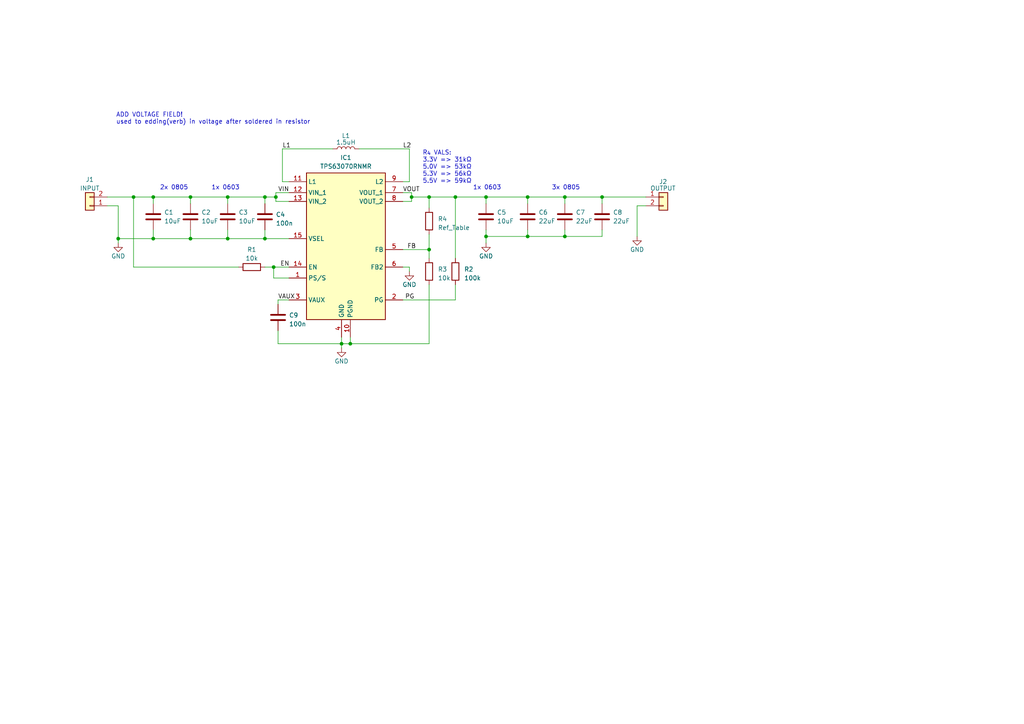
<source format=kicad_sch>
(kicad_sch (version 20230121) (generator eeschema)
  (paper "A4")
  (lib_symbols
    (symbol "Connector_Generic:Conn_01x02" (pin_names (offset 1.016) hide)
      (property "Reference" "J" (at 0 2.54 0))
      (property "Value" "Conn_01x02" (at 0 -5.08 0))
      (symbol "Conn_01x02_1_1"
        (rectangle (start -1.27 -2.413) (end 0 -2.667) (stroke (width 0.1524)))
        (rectangle (start -1.27 0.127) (end 0 -0.127) (stroke (width 0.1524)))
        (rectangle (start -1.27 1.27) (end 1.27 -3.81) (stroke (width 0.254)) (fill (type background)))
        (pin passive line (at -5.08 0 0) (length 3.81) (name "Pin_1") (number "1"))
        (pin passive line (at -5.08 -2.54 0) (length 3.81) (name "Pin_2") (number "2"))
      )
    )
    (symbol "Device:C" (pin_numbers hide) (pin_names (offset 0.254))
      (property "Reference" "C" (at 0.635 2.54 0))
      (property "Value" "C" (at 0.635 -2.54 0))
      (symbol "C_0_1"
        (polyline (pts (xy -2.032 -0.762) (xy 2.032 -0.762)) (stroke (width 0.508)))
        (polyline (pts (xy -2.032 0.762) (xy 2.032 0.762)) (stroke (width 0.508)))
      )
      (symbol "C_1_1"
        (pin passive line (at 0 3.81 270) (length 2.794) (name "~") (number "1"))
        (pin passive line (at 0 -3.81 90) (length 2.794) (name "~") (number "2"))
      )
    )
    (symbol "Device:L" (pin_numbers hide) (pin_names (offset 1.016) hide)
      (property "Reference" "L" (at -1.27 0 90))
      (property "Value" "L" (at 1.905 0 90))
      (symbol "L_0_1"
        (arc (start 0 -2.54) (mid 0.6323 -1.905) (end 0 -1.27))
        (arc (start 0 -1.27) (mid 0.6323 -0.635) (end 0 0))
        (arc (start 0 0) (mid 0.6323 0.635) (end 0 1.27))
        (arc (start 0 1.27) (mid 0.6323 1.905) (end 0 2.54))
      )
      (symbol "L_1_1"
        (pin passive line (at 0 3.81 270) (length 1.27) (name "1") (number "1"))
        (pin passive line (at 0 -3.81 90) (length 1.27) (name "2") (number "2"))
      )
    )
    (symbol "Device:R" (pin_numbers hide) (pin_names (offset 0))
      (property "Reference" "R" (at 2.032 0 90))
      (property "Value" "R" (at 0 0 90))
      (symbol "R_0_1"
        (rectangle (start -1.016 -2.54) (end 1.016 2.54) (stroke (width 0.254)))
      )
      (symbol "R_1_1"
        (pin passive line (at 0 3.81 270) (length 1.27) (name "~") (number "1"))
        (pin passive line (at 0 -3.81 90) (length 1.27) (name "~") (number "2"))
      )
    )
    (symbol "SamacSys_Parts_2:TPS63070RNMR"
      (property "Reference" "IC" (at 29.21 7.62 0))
      (property "Value" "TPS63070RNMR" (at 29.21 5.08 0))
      (symbol "TPS63070RNMR_1_1"
        (rectangle (start 5.08 2.54) (end 27.94 -40.005) (stroke (width 0.254)) (fill (type background)))
        (pin passive line (at 0 -27.94 0) (length 5.08) (name "PS/S") (number "1"))
        (pin passive line (at 17.78 -45.085 90) (length 5.08) (name "PGND") (number "10"))
        (pin passive line (at 0 0 0) (length 5.08) (name "L1") (number "11"))
        (pin passive line (at 0 -3.175 0) (length 5.08) (name "VIN_1") (number "12"))
        (pin passive line (at 0 -5.715 0) (length 5.08) (name "VIN_2") (number "13"))
        (pin passive line (at 0 -24.765 0) (length 5.08) (name "EN") (number "14"))
        (pin passive line (at 0 -16.51 0) (length 5.08) (name "VSEL") (number "15"))
        (pin passive line (at 33.02 -34.29 180) (length 5.08) (name "PG") (number "2"))
        (pin passive line (at 0 -34.29 0) (length 5.08) (name "VAUX") (number "3"))
        (pin passive line (at 15.24 -45.085 90) (length 5.08) (name "GND") (number "4"))
        (pin passive line (at 33.02 -19.685 180) (length 5.08) (name "FB") (number "5"))
        (pin passive line (at 33.02 -24.765 180) (length 5.08) (name "FB2") (number "6"))
        (pin passive line (at 33.02 -3.175 180) (length 5.08) (name "VOUT_1") (number "7"))
        (pin passive line (at 33.02 -5.715 180) (length 5.08) (name "VOUT_2") (number "8"))
        (pin passive line (at 33.02 0 180) (length 5.08) (name "L2") (number "9"))
      )
    )
    (symbol "power:GND" (power) (pin_names (offset 0))
      (property "Value" "GND" (at 0 -3.81 0))
      (symbol "GND_0_1"
        (polyline (pts (xy 0 0) (xy 0 -1.27) (xy 1.27 -1.27) (xy 0 -2.54) (xy -1.27 -1.27) (xy 0 -1.27)))
      )
      (symbol "GND_1_1"
        (pin power_in line (at 0 0 270) (length 0) hide (name "GND") (number "1"))
      )
    )
  )
  (junction (at 153.035 57.15))
  (junction (at 66.04 57.15))
  (junction (at 44.45 69.215))
  (junction (at 124.46 57.15))
  (junction (at 34.29 69.215))
  (junction (at 80.01 57.15))
  (junction (at 140.97 68.58))
  (junction (at 79.375 77.47))
  (junction (at 99.06 99.695))
  (junction (at 38.735 57.15))
  (junction (at 174.625 57.15))
  (junction (at 119.38 57.15))
  (junction (at 132.08 57.15))
  (junction (at 66.04 69.215))
  (junction (at 124.46 72.39))
  (junction (at 163.83 68.58))
  (junction (at 163.83 57.15))
  (junction (at 55.245 57.15))
  (junction (at 140.97 57.15))
  (junction (at 101.6 99.695))
  (junction (at 76.835 69.215))
  (junction (at 55.245 69.215))
  (junction (at 153.035 68.58))
  (junction (at 76.835 57.15))
  (junction (at 44.45 57.15))
  (wire (pts (xy 83.82 80.645) (xy 79.375 80.645)))
  (wire (pts (xy 118.745 77.47) (xy 118.745 78.74)))
  (wire (pts (xy 44.45 69.215) (xy 55.245 69.215)))
  (wire (pts (xy 44.45 57.15) (xy 55.245 57.15)))
  (wire (pts (xy 153.035 68.58) (xy 140.97 68.58)))
  (wire (pts (xy 116.84 72.39) (xy 124.46 72.39)))
  (wire (pts (xy 174.625 66.675) (xy 174.625 68.58)))
  (wire (pts (xy 101.6 97.79) (xy 101.6 99.695)))
  (wire (pts (xy 153.035 66.675) (xy 153.035 68.58)))
  (wire (pts (xy 124.46 57.15) (xy 132.08 57.15)))
  (wire (pts (xy 140.97 66.675) (xy 140.97 68.58)))
  (wire (pts (xy 163.83 68.58) (xy 153.035 68.58)))
  (wire (pts (xy 66.04 59.055) (xy 66.04 57.15)))
  (wire (pts (xy 99.06 97.79) (xy 99.06 99.695)))
  (wire (pts (xy 66.04 57.15) (xy 76.835 57.15)))
  (wire (pts (xy 118.745 43.18) (xy 118.745 52.705)))
  (wire (pts (xy 79.375 80.645) (xy 79.375 77.47)))
  (wire (pts (xy 83.82 86.995) (xy 80.645 86.995)))
  (wire (pts (xy 44.45 59.055) (xy 44.45 57.15)))
  (wire (pts (xy 34.29 59.69) (xy 34.29 69.215)))
  (wire (pts (xy 116.84 55.88) (xy 119.38 55.88)))
  (wire (pts (xy 80.645 95.885) (xy 80.645 99.695)))
  (wire (pts (xy 163.83 57.15) (xy 153.035 57.15)))
  (wire (pts (xy 55.245 66.675) (xy 55.245 69.215)))
  (wire (pts (xy 124.46 82.55) (xy 124.46 99.695)))
  (wire (pts (xy 80.01 55.88) (xy 83.82 55.88)))
  (wire (pts (xy 163.83 66.675) (xy 163.83 68.58)))
  (wire (pts (xy 119.38 55.88) (xy 119.38 57.15)))
  (wire (pts (xy 187.325 59.69) (xy 184.785 59.69)))
  (wire (pts (xy 69.215 77.47) (xy 38.735 77.47)))
  (wire (pts (xy 55.245 59.055) (xy 55.245 57.15)))
  (wire (pts (xy 80.01 57.15) (xy 80.01 58.42)))
  (wire (pts (xy 174.625 59.055) (xy 174.625 57.15)))
  (wire (pts (xy 80.01 58.42) (xy 83.82 58.42)))
  (wire (pts (xy 184.785 59.69) (xy 184.785 68.58)))
  (wire (pts (xy 124.46 57.15) (xy 124.46 60.325)))
  (wire (pts (xy 124.46 67.945) (xy 124.46 72.39)))
  (wire (pts (xy 79.375 77.47) (xy 83.82 77.47)))
  (wire (pts (xy 81.915 43.18) (xy 96.52 43.18)))
  (wire (pts (xy 99.06 99.695) (xy 99.06 100.965)))
  (wire (pts (xy 66.04 69.215) (xy 76.835 69.215)))
  (wire (pts (xy 116.84 77.47) (xy 118.745 77.47)))
  (wire (pts (xy 174.625 57.15) (xy 187.325 57.15)))
  (wire (pts (xy 38.735 57.15) (xy 44.45 57.15)))
  (wire (pts (xy 132.08 86.995) (xy 132.08 82.55)))
  (wire (pts (xy 76.835 57.15) (xy 80.01 57.15)))
  (wire (pts (xy 116.84 58.42) (xy 119.38 58.42)))
  (wire (pts (xy 31.115 59.69) (xy 34.29 59.69)))
  (wire (pts (xy 34.29 69.215) (xy 44.45 69.215)))
  (wire (pts (xy 119.38 57.15) (xy 124.46 57.15)))
  (wire (pts (xy 174.625 57.15) (xy 163.83 57.15)))
  (wire (pts (xy 116.84 86.995) (xy 132.08 86.995)))
  (wire (pts (xy 119.38 57.15) (xy 119.38 58.42)))
  (wire (pts (xy 132.08 57.15) (xy 140.97 57.15)))
  (wire (pts (xy 132.08 57.15) (xy 132.08 74.93)))
  (wire (pts (xy 55.245 57.15) (xy 66.04 57.15)))
  (wire (pts (xy 55.245 69.215) (xy 66.04 69.215)))
  (wire (pts (xy 83.82 52.705) (xy 81.915 52.705)))
  (wire (pts (xy 76.835 77.47) (xy 79.375 77.47)))
  (wire (pts (xy 153.035 57.15) (xy 140.97 57.15)))
  (wire (pts (xy 81.915 52.705) (xy 81.915 43.18)))
  (wire (pts (xy 80.01 57.15) (xy 80.01 55.88)))
  (wire (pts (xy 76.835 57.15) (xy 76.835 59.055)))
  (wire (pts (xy 140.97 57.15) (xy 140.97 59.055)))
  (wire (pts (xy 163.83 59.055) (xy 163.83 57.15)))
  (wire (pts (xy 104.14 43.18) (xy 118.745 43.18)))
  (wire (pts (xy 118.745 52.705) (xy 116.84 52.705)))
  (wire (pts (xy 80.645 86.995) (xy 80.645 88.265)))
  (wire (pts (xy 44.45 66.675) (xy 44.45 69.215)))
  (wire (pts (xy 34.29 70.485) (xy 34.29 69.215)))
  (wire (pts (xy 153.035 59.055) (xy 153.035 57.15)))
  (wire (pts (xy 124.46 99.695) (xy 101.6 99.695)))
  (wire (pts (xy 66.04 66.675) (xy 66.04 69.215)))
  (wire (pts (xy 76.835 66.675) (xy 76.835 69.215)))
  (wire (pts (xy 174.625 68.58) (xy 163.83 68.58)))
  (wire (pts (xy 124.46 72.39) (xy 124.46 74.93)))
  (wire (pts (xy 140.97 68.58) (xy 140.97 70.485)))
  (wire (pts (xy 101.6 99.695) (xy 99.06 99.695)))
  (wire (pts (xy 38.735 57.15) (xy 38.735 77.47)))
  (wire (pts (xy 31.115 57.15) (xy 38.735 57.15)))
  (wire (pts (xy 76.835 69.215) (xy 83.82 69.215)))
  (wire (pts (xy 80.645 99.695) (xy 99.06 99.695)))
  (text "2x 0805		1x 0603" (at 46.355 55.245 0) (effects (font (size 1.27 1.27)) (justify left bottom)))
  (text "R_{4} VALS:\n3.3V => 31kΩ\n5.0V => 53kΩ\n5.3V => 56kΩ\n5.5V => 59kΩ" (at 122.555 53.34 0) (effects (font (size 1.27 1.27)) (justify left bottom)))
  (text "1x 0603" (at 137.16 55.245 0) (effects (font (size 1.27 1.27)) (justify left bottom)))
  (text "ADD VOLTAGE FIELD!\nused to edding(verb) in voltage after soldered in resistor" (at 33.655 36.195 0) (effects (font (size 1.27 1.27)) (justify left bottom)))
  (text "3x 0805" (at 160.02 55.245 0) (effects (font (size 1.27 1.27)) (justify left bottom)))
  (label "EN" (at 81.28 77.47 0))
  (label "L2" (at 116.84 43.18 0))
  (label "FB" (at 118.11 72.39 0))
  (label "VOUT" (at 116.84 55.88 0))
  (label "VIN" (at 80.645 55.88 0))
  (label "PG" (at 117.475 86.995 0))
  (label "VAUX" (at 80.645 86.995 0))
  (label "L1" (at 81.915 43.18 0))
  (symbol (lib_id "Device:C") (at 55.245 62.865 0) (unit 1)
    (property "Reference" "C2" (at 58.42 61.5949 0) (effects (justify left)))
    (property "Value" "10uF" (at 58.42 64.1349 0) (effects (justify left)))
    (property "Footprint" "Capacitor_SMD:C_0805_2012Metric" (effects hide))
    (property "LCSC" "C440198" (effects hide))
  )
  (symbol (lib_id "Device:C") (at 153.035 62.865 0) (unit 1)
    (property "Reference" "C6" (at 156.21 61.5949 0) (effects (justify left)))
    (property "Value" "22uF" (at 156.21 64.1349 0) (effects (justify left)))
    (property "Footprint" "Capacitor_SMD:C_0805_2012Metric" (effects hide))
    (property "LCSC" "C45783" (effects hide))
  )
  (symbol (lib_id "power:GND") (at 184.785 68.58 0) (unit 1)
    (property "Reference" "#PWR01" (effects hide))
    (property "Value" "GND" (at 184.785 72.39 0))
  )
  (symbol (lib_id "power:GND") (at 34.29 70.485 0) (unit 1)
    (property "Reference" "#PWR06" (effects hide))
    (property "Value" "GND" (at 34.29 74.295 0))
  )
  (symbol (lib_id "Device:C") (at 44.45 62.865 0) (unit 1)
    (property "Reference" "C1" (at 47.625 61.5949 0) (effects (justify left)))
    (property "Value" "10uF" (at 47.625 64.1349 0) (effects (justify left)))
    (property "Footprint" "Capacitor_SMD:C_0805_2012Metric" (effects hide))
    (property "LCSC" "C440198" (effects hide))
  )
  (symbol (lib_id "Device:R") (at 73.025 77.47 90) (unit 1)
    (property "Reference" "R1" (at 73.025 72.39 90))
    (property "Value" "10k" (at 73.025 74.93 90))
    (property "Footprint" "Resistor_SMD:R_0603_1608Metric" (effects hide))
    (property "LCSC" "C25804" (effects hide))
  )
  (symbol (lib_id "Device:R") (at 124.46 78.74 0) (unit 1)
    (property "Reference" "R3" (at 127 78.105 0) (effects (justify left)))
    (property "Value" "10k" (at 127 80.645 0) (effects (justify left)))
    (property "Footprint" "Resistor_SMD:R_0603_1608Metric" (effects hide))
    (property "LCSC" "C25804" (effects hide))
  )
  (symbol (lib_id "Connector_Generic:Conn_01x02") (at 192.405 57.15 0) (unit 1) (in_bom no)
    (property "Reference" "J2" (at 191.135 52.705 0) (effects (justify left)))
    (property "Value" "OUTPUT" (at 188.595 54.61 0) (effects (justify left)))
    (property "Footprint" "Connector_JST:JST_PH_S2B-PH-SM4-TB_1x02-1MP_P2.00mm_Horizontal" (effects hide))
  )
  (symbol (lib_id "Connector_Generic:Conn_01x02") (at 26.035 59.69 180) (unit 1) (in_bom no)
    (property "Reference" "J1" (at 26.035 52.07 0))
    (property "Value" "INPUT" (at 26.035 54.61 0))
    (property "Footprint" "Connector_JST:JST_PH_S2B-PH-SM4-TB_1x02-1MP_P2.00mm_Horizontal" (effects hide))
  )
  (symbol (lib_id "Device:R") (at 124.46 64.135 0) (unit 1) (in_bom no)
    (property "Reference" "R4" (at 127 63.5 0) (effects (justify left)))
    (property "Value" "Ref_Table" (at 127 66.04 0) (effects (justify left)))
    (property "Footprint" "Resistor_SMD:R_0603_1608Metric" (effects hide))
  )
  (symbol (lib_id "Device:C") (at 163.83 62.865 0) (unit 1)
    (property "Reference" "C7" (at 167.005 61.5949 0) (effects (justify left)))
    (property "Value" "22uF" (at 167.005 64.1349 0) (effects (justify left)))
    (property "Footprint" "Capacitor_SMD:C_0805_2012Metric" (effects hide))
    (property "LCSC" "C45783" (effects hide))
  )
  (symbol (lib_id "Device:C") (at 174.625 62.865 0) (unit 1)
    (property "Reference" "C8" (at 177.8 61.5949 0) (effects (justify left)))
    (property "Value" "22uF" (at 177.8 64.1349 0) (effects (justify left)))
    (property "Footprint" "Capacitor_SMD:C_0805_2012Metric" (effects hide))
    (property "LCSC" "C45783" (effects hide))
  )
  (symbol (lib_id "power:GND") (at 118.745 78.74 0) (unit 1)
    (property "Reference" "#PWR03" (effects hide))
    (property "Value" "GND" (at 118.745 82.55 0))
  )
  (symbol (lib_id "Device:C") (at 66.04 62.865 0) (unit 1)
    (property "Reference" "C3" (at 69.215 61.5949 0) (effects (justify left)))
    (property "Value" "10uF" (at 69.215 64.1349 0) (effects (justify left)))
    (property "Footprint" "Capacitor_SMD:C_0603_1608Metric" (effects hide))
    (property "LCSC" "C96446" (effects hide))
  )
  (symbol (lib_id "Device:C") (at 140.97 62.865 0) (unit 1)
    (property "Reference" "C5" (at 144.145 61.5949 0) (effects (justify left)))
    (property "Value" "10uF" (at 144.145 64.1349 0) (effects (justify left)))
    (property "Footprint" "Capacitor_SMD:C_0603_1608Metric" (effects hide))
    (property "LCSC" "C96446" (effects hide))
  )
  (symbol (lib_id "Device:R") (at 132.08 78.74 0) (unit 1)
    (property "Reference" "R2" (at 134.62 78.105 0) (effects (justify left)))
    (property "Value" "100k" (at 134.62 80.645 0) (effects (justify left)))
    (property "Footprint" "Resistor_SMD:R_0603_1608Metric" (effects hide))
    (property "LCSC" "C25803" (effects hide))
  )
  (symbol (lib_id "SamacSys_Parts_2:TPS63070RNMR") (at 83.82 52.705 0) (unit 1)
    (property "Reference" "IC1" (at 100.33 45.72 0))
    (property "Value" "TPS63070RNMR" (at 100.33 48.26 0))
    (property "Footprint" "TPS630701RNMR" (effects hide))
    (property "Datasheet" "http://www.ti.com/lit/gpn/tps63070" (effects hide))
    (property "Mouser Part Number" "595-TPS63070RNMR" (effects hide))
    (property "Mouser Price/Stock" "https://www.mouser.co.uk/ProductDetail/Texas-Instruments/TPS63070RNMR?qs=LuYMPh7GGMS51GHntBDRnQ%3D%3D" (effects hide))
    (property "Manufacturer_Name" "Texas Instruments" (effects hide))
    (property "Manufacturer_Part_Number" "TPS63070RNMR" (effects hide))
    (property "LCSC" "C109322" (effects hide))
  )
  (symbol (lib_id "Device:L") (at 100.33 43.18 90) (unit 1)
    (property "Reference" "L1" (at 100.33 39.37 90))
    (property "Value" "1.5uH" (at 100.33 41.275 90))
    (property "Footprint" "Inductor_SMD:L_Chilisin_BMRA00050530" (effects hide))
    (property "LCSC" "C436532" (effects hide))
  )
  (symbol (lib_id "power:GND") (at 99.06 100.965 0) (unit 1)
    (property "Reference" "#PWR04" (effects hide))
    (property "Value" "GND" (at 99.06 104.775 0))
  )
  (symbol (lib_id "Device:C") (at 76.835 62.865 0) (unit 1)
    (property "Reference" "C4" (at 80.01 62.23 0) (effects (justify left)))
    (property "Value" "100n" (at 80.01 64.77 0) (effects (justify left)))
    (property "Footprint" "Capacitor_SMD:C_0603_1608Metric" (effects hide))
    (property "LCSC" "C14663" (effects hide))
  )
  (symbol (lib_id "power:GND") (at 140.97 70.485 0) (unit 1)
    (property "Reference" "#PWR02" (effects hide))
    (property "Value" "GND" (at 140.97 74.295 0))
  )
  (symbol (lib_id "Device:C") (at 80.645 92.075 0) (unit 1)
    (property "Reference" "C9" (at 83.82 91.44 0) (effects (justify left)))
    (property "Value" "100n" (at 83.82 93.98 0) (effects (justify left)))
    (property "Footprint" "Capacitor_SMD:C_0603_1608Metric" (effects hide))
    (property "LCSC" "C14663" (effects hide))
  )
)
</source>
